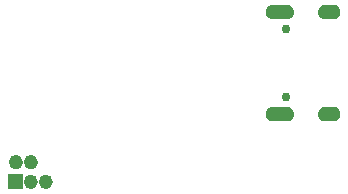
<source format=gbs>
%TF.GenerationSoftware,KiCad,Pcbnew,9.0.0*%
%TF.CreationDate,2025-03-31T12:51:01+01:00*%
%TF.ProjectId,vm_rp2040_brain_0.1,766d5f72-7032-4303-9430-5f627261696e,rev?*%
%TF.SameCoordinates,Original*%
%TF.FileFunction,Soldermask,Bot*%
%TF.FilePolarity,Negative*%
%FSLAX45Y45*%
G04 Gerber Fmt 4.5, Leading zero omitted, Abs format (unit mm)*
G04 Created by KiCad (PCBNEW 9.0.0) date 2025-03-31 12:51:01*
%MOMM*%
%LPD*%
G01*
G04 APERTURE LIST*
G04 Aperture macros list*
%AMRoundRect*
0 Rectangle with rounded corners*
0 $1 Rounding radius*
0 $2 $3 $4 $5 $6 $7 $8 $9 X,Y pos of 4 corners*
0 Add a 4 corners polygon primitive as box body*
4,1,4,$2,$3,$4,$5,$6,$7,$8,$9,$2,$3,0*
0 Add four circle primitives for the rounded corners*
1,1,$1+$1,$2,$3*
1,1,$1+$1,$4,$5*
1,1,$1+$1,$6,$7*
1,1,$1+$1,$8,$9*
0 Add four rect primitives between the rounded corners*
20,1,$1+$1,$2,$3,$4,$5,0*
20,1,$1+$1,$4,$5,$6,$7,0*
20,1,$1+$1,$6,$7,$8,$9,0*
20,1,$1+$1,$8,$9,$2,$3,0*%
G04 Aperture macros list end*
%ADD10C,0.000000*%
%ADD11C,0.629990*%
%ADD12C,0.075000*%
%ADD13RoundRect,0.172720X0.259080X0.259080X-0.259080X0.259080X-0.259080X-0.259080X0.259080X-0.259080X0*%
%ADD14C,0.863600*%
%ADD15C,0.750000*%
%ADD16O,2.200000X1.200000*%
%ADD17O,1.800000X1.200000*%
G04 APERTURE END LIST*
D10*
G36*
X1424999Y494499D02*
G01*
X1430585Y494226D01*
X1436118Y493405D01*
X1441544Y492046D01*
X1446811Y490161D01*
X1451868Y487770D01*
X1456666Y484894D01*
X1461158Y481562D01*
X1465303Y477805D01*
X1469060Y473660D01*
X1472392Y469168D01*
X1475268Y464370D01*
X1477659Y459313D01*
X1479544Y454046D01*
X1480903Y448620D01*
X1481724Y443087D01*
X1481998Y437502D01*
X1481999Y437502D01*
X1481999Y426501D01*
X1481998Y426501D01*
X1481724Y420915D01*
X1480903Y415382D01*
X1479544Y409956D01*
X1477659Y404689D01*
X1475268Y399632D01*
X1472392Y394834D01*
X1469060Y390342D01*
X1465303Y386197D01*
X1461158Y382440D01*
X1456666Y379108D01*
X1451868Y376232D01*
X1446811Y373841D01*
X1441544Y371956D01*
X1436118Y370597D01*
X1430585Y369776D01*
X1424999Y369503D01*
X1424999Y369501D01*
X1353998Y369501D01*
X1353998Y369503D01*
X1348413Y369776D01*
X1342880Y370597D01*
X1337454Y371956D01*
X1332187Y373841D01*
X1327130Y376232D01*
X1322332Y379108D01*
X1317840Y382440D01*
X1313695Y386197D01*
X1309938Y390342D01*
X1306606Y394834D01*
X1303730Y399632D01*
X1301339Y404689D01*
X1299454Y409956D01*
X1298095Y415382D01*
X1297274Y420915D01*
X1297000Y426501D01*
X1296998Y426501D01*
X1296998Y437502D01*
X1297000Y437502D01*
X1297274Y443087D01*
X1298095Y448620D01*
X1299454Y454046D01*
X1301339Y459313D01*
X1303730Y464370D01*
X1306606Y469168D01*
X1309938Y473660D01*
X1313695Y477805D01*
X1317840Y481562D01*
X1322332Y484894D01*
X1327130Y487770D01*
X1332187Y490161D01*
X1337454Y492046D01*
X1342880Y493405D01*
X1348413Y494226D01*
X1353998Y494499D01*
X1353998Y494502D01*
X1424999Y494502D01*
X1424999Y494499D01*
G37*
G36*
X1424999Y-369503D02*
G01*
X1430585Y-369776D01*
X1436118Y-370597D01*
X1441544Y-371956D01*
X1446811Y-373841D01*
X1451868Y-376232D01*
X1456666Y-379108D01*
X1461158Y-382440D01*
X1465303Y-386197D01*
X1469060Y-390342D01*
X1472392Y-394834D01*
X1475268Y-399632D01*
X1477659Y-404689D01*
X1479544Y-409956D01*
X1480903Y-415382D01*
X1481724Y-420915D01*
X1481998Y-426500D01*
X1481999Y-426500D01*
X1481999Y-437501D01*
X1481998Y-437501D01*
X1481724Y-443087D01*
X1480903Y-448620D01*
X1479544Y-454046D01*
X1477659Y-459313D01*
X1475268Y-464370D01*
X1472392Y-469168D01*
X1469060Y-473660D01*
X1465303Y-477805D01*
X1461158Y-481562D01*
X1456666Y-484894D01*
X1451868Y-487770D01*
X1446811Y-490161D01*
X1441544Y-492046D01*
X1436118Y-493405D01*
X1430585Y-494226D01*
X1424999Y-494499D01*
X1424999Y-494501D01*
X1353998Y-494501D01*
X1353998Y-494499D01*
X1348413Y-494226D01*
X1342880Y-493405D01*
X1337454Y-492046D01*
X1332187Y-490161D01*
X1327130Y-487770D01*
X1322332Y-484894D01*
X1317840Y-481562D01*
X1313695Y-477805D01*
X1309938Y-473660D01*
X1306606Y-469168D01*
X1303730Y-464370D01*
X1301339Y-459313D01*
X1299454Y-454046D01*
X1298095Y-448620D01*
X1297274Y-443087D01*
X1297000Y-437501D01*
X1296998Y-437501D01*
X1296998Y-426500D01*
X1297000Y-426500D01*
X1297274Y-420915D01*
X1298095Y-415382D01*
X1299454Y-409956D01*
X1301339Y-404689D01*
X1303730Y-399632D01*
X1306606Y-394834D01*
X1309938Y-390342D01*
X1313695Y-386197D01*
X1317840Y-382440D01*
X1322332Y-379108D01*
X1327130Y-376232D01*
X1332187Y-373841D01*
X1337454Y-371956D01*
X1342880Y-370597D01*
X1348413Y-369776D01*
X1353998Y-369503D01*
X1353998Y-369500D01*
X1424999Y-369500D01*
X1424999Y-369503D01*
G37*
D11*
X-1233002Y-839861D02*
G75*
G02*
X-1296001Y-839861I-31500J0D01*
G01*
X-1296001Y-839861D02*
G75*
G02*
X-1233002Y-839861I31500J0D01*
G01*
X-1106002Y-1007501D02*
G75*
G02*
X-1169001Y-1007501I-31500J0D01*
G01*
X-1169001Y-1007501D02*
G75*
G02*
X-1106002Y-1007501I31500J0D01*
G01*
D10*
G36*
X1031999Y-369502D02*
G01*
X1037586Y-369776D01*
X1043119Y-370597D01*
X1048545Y-371956D01*
X1053812Y-373841D01*
X1058869Y-376232D01*
X1063667Y-379108D01*
X1068159Y-382440D01*
X1072304Y-386197D01*
X1076061Y-390342D01*
X1079393Y-394834D01*
X1082269Y-399632D01*
X1084660Y-404689D01*
X1086545Y-409956D01*
X1087904Y-415382D01*
X1088725Y-420915D01*
X1088999Y-426502D01*
X1088999Y-437501D01*
X1088725Y-443087D01*
X1087904Y-448620D01*
X1086545Y-454046D01*
X1084660Y-459313D01*
X1082269Y-464370D01*
X1079393Y-469168D01*
X1076061Y-473660D01*
X1072304Y-477805D01*
X1068159Y-481562D01*
X1063667Y-484894D01*
X1058869Y-487770D01*
X1053812Y-490161D01*
X1048545Y-492046D01*
X1043119Y-493405D01*
X1037586Y-494226D01*
X1031999Y-494500D01*
X1031999Y-494501D01*
X910998Y-494501D01*
X910998Y-494499D01*
X905412Y-494226D01*
X899879Y-493405D01*
X894453Y-492046D01*
X889186Y-490161D01*
X884129Y-487770D01*
X879331Y-484894D01*
X874839Y-481562D01*
X870694Y-477805D01*
X866937Y-473660D01*
X863605Y-469168D01*
X860729Y-464370D01*
X858338Y-459313D01*
X856453Y-454046D01*
X855094Y-448620D01*
X854273Y-443087D01*
X853999Y-437501D01*
X853998Y-437501D01*
X853998Y-426500D01*
X853999Y-426500D01*
X854273Y-420915D01*
X855094Y-415382D01*
X856453Y-409956D01*
X858338Y-404689D01*
X860729Y-399632D01*
X863605Y-394834D01*
X866937Y-390342D01*
X870694Y-386197D01*
X874839Y-382440D01*
X879331Y-379108D01*
X884129Y-376232D01*
X889186Y-373841D01*
X894453Y-371956D01*
X899879Y-370597D01*
X905412Y-369776D01*
X910998Y-369503D01*
X910998Y-369500D01*
X1031999Y-369500D01*
X1031999Y-369502D01*
G37*
G36*
X1031999Y494500D02*
G01*
X1037586Y494226D01*
X1043119Y493405D01*
X1048545Y492046D01*
X1053812Y490161D01*
X1058869Y487770D01*
X1063667Y484894D01*
X1068159Y481562D01*
X1072304Y477805D01*
X1076061Y473660D01*
X1079393Y469168D01*
X1082269Y464370D01*
X1084660Y459313D01*
X1086545Y454046D01*
X1087904Y448620D01*
X1088725Y443087D01*
X1088999Y437500D01*
X1088999Y426501D01*
X1088725Y420915D01*
X1087904Y415382D01*
X1086545Y409956D01*
X1084660Y404689D01*
X1082269Y399632D01*
X1079393Y394834D01*
X1076061Y390342D01*
X1072304Y386197D01*
X1068159Y382440D01*
X1063667Y379108D01*
X1058869Y376232D01*
X1053812Y373841D01*
X1048545Y371956D01*
X1043119Y370597D01*
X1037586Y369776D01*
X1031999Y369502D01*
X1031999Y369501D01*
X910998Y369501D01*
X910998Y369503D01*
X905412Y369776D01*
X899879Y370597D01*
X894453Y371956D01*
X889186Y373841D01*
X884129Y376232D01*
X879331Y379108D01*
X874839Y382440D01*
X870694Y386197D01*
X866937Y390342D01*
X863605Y394834D01*
X860729Y399632D01*
X858338Y404689D01*
X856453Y409956D01*
X855094Y415382D01*
X854273Y420915D01*
X853999Y426501D01*
X853998Y426501D01*
X853998Y437502D01*
X853999Y437502D01*
X854273Y443087D01*
X855094Y448620D01*
X856453Y454046D01*
X858338Y459313D01*
X860729Y464370D01*
X863605Y469168D01*
X866937Y473660D01*
X870694Y477805D01*
X874839Y481562D01*
X879331Y484894D01*
X884129Y487770D01*
X889186Y490161D01*
X894453Y492046D01*
X899879Y493405D01*
X905412Y494226D01*
X910998Y494499D01*
X910998Y494502D01*
X1031999Y494502D01*
X1031999Y494500D01*
G37*
D11*
X-979001Y-1007501D02*
G75*
G02*
X-1042000Y-1007501I-31500J0D01*
G01*
X-1042000Y-1007501D02*
G75*
G02*
X-979001Y-1007501I31500J0D01*
G01*
X-1106002Y-839861D02*
G75*
G02*
X-1169001Y-839861I-31500J0D01*
G01*
X-1169001Y-839861D02*
G75*
G02*
X-1106002Y-839861I31500J0D01*
G01*
D12*
X1028249Y288999D02*
G75*
G02*
X1020749Y288999I-3750J0D01*
G01*
X1020749Y288999D02*
G75*
G02*
X1028249Y288999I3750J0D01*
G01*
D10*
G36*
X1031999Y-296499D02*
G01*
X1016998Y-296499D01*
X1016998Y-281498D01*
X1031999Y-281498D01*
X1031999Y-296499D01*
G37*
G36*
X-1201499Y-1070500D02*
G01*
X-1327498Y-1070500D01*
X-1327498Y-944501D01*
X-1201499Y-944501D01*
X-1201499Y-1070500D01*
G37*
D13*
%TO.C,REF\u002A\u002A*%
X-1264357Y-1007196D03*
D14*
X-1264357Y-838716D03*
X-1137357Y-1007196D03*
X-1137357Y-838716D03*
X-1010357Y-1007196D03*
%TD*%
D15*
%TO.C,REF\u002A\u002A*%
X1022335Y-290000D03*
X1022335Y290000D03*
D16*
X972335Y-433000D03*
X972335Y433000D03*
D17*
X1390335Y433000D03*
X1390335Y-433000D03*
%TD*%
M02*

</source>
